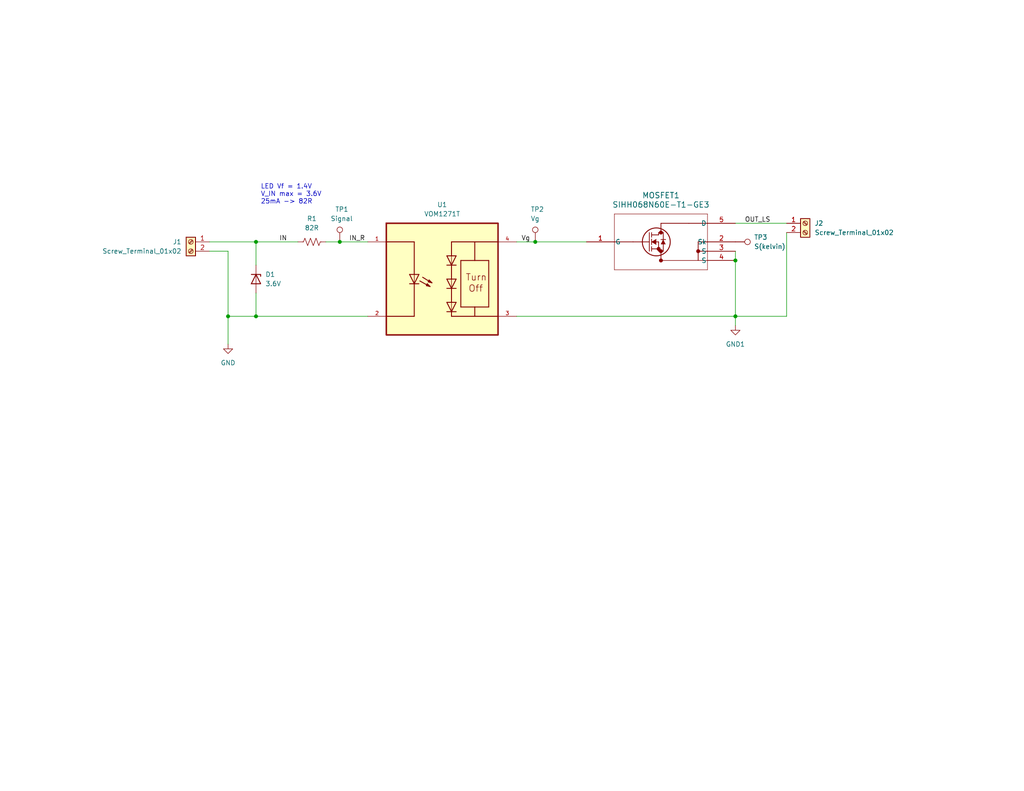
<source format=kicad_sch>
(kicad_sch (version 20230121) (generator eeschema)
  (paper "USLetter")
  (title_block (title "DR6 MOSFET Isolator") (date "2023-08-08") (company "DigitalREP"))
  (lib_symbols
    (symbol "Connector:Screw_Terminal_01x02" (pin_names (offset 1.016) hide)
      (property "Reference" "J" (at 0 2.54 0))
      (property "Value" "Screw_Terminal_01x02" (at 0 -5.08 0))
      (symbol "Screw_Terminal_01x02_1_1"
        (rectangle (start -1.27 1.27) (end 1.27 -3.81) (stroke (width 0.254)) (fill (type background)))
        (circle (center 0 -2.54) (radius 0.635) (stroke (width 0.1524)))
        (polyline (pts (xy -0.5334 -2.2098) (xy 0.3302 -3.048)) (stroke (width 0.1524)))
        (polyline (pts (xy -0.5334 0.3302) (xy 0.3302 -0.508)) (stroke (width 0.1524)))
        (polyline (pts (xy -0.3556 -2.032) (xy 0.508 -2.8702)) (stroke (width 0.1524)))
        (polyline (pts (xy -0.3556 0.508) (xy 0.508 -0.3302)) (stroke (width 0.1524)))
        (circle (center 0 0) (radius 0.635) (stroke (width 0.1524)))
        (pin passive line (at -5.08 0 0) (length 3.81) (name "Pin_1") (number "1"))
        (pin passive line (at -5.08 -2.54 0) (length 3.81) (name "Pin_2") (number "2"))
      )
    )
    (symbol "Connector:TestPoint" (pin_numbers hide) (pin_names (offset 0.762) hide)
      (property "Reference" "TP" (at 0 6.858 0))
      (property "Value" "TestPoint" (at 0 5.08 0))
      (symbol "TestPoint_0_1"
        (circle (center 0 3.302) (radius 0.762))
      )
      (symbol "TestPoint_1_1"
        (pin passive line (at 0 0 90) (length 2.54) (name "1") (number "1"))
      )
    )
    (symbol "Device:D_Zener" (pin_numbers hide) (pin_names (offset 1.016) hide)
      (property "Reference" "D" (at 0 2.54 0))
      (property "Value" "D_Zener" (at 0 -2.54 0))
      (symbol "D_Zener_0_1"
        (polyline (pts (xy 1.27 0) (xy -1.27 0)))
        (polyline (pts (xy -1.27 -1.27) (xy -1.27 1.27) (xy -0.762 1.27)) (stroke (width 0.254)))
        (polyline (pts (xy 1.27 -1.27) (xy 1.27 1.27) (xy -1.27 0) (xy 1.27 -1.27)) (stroke (width 0.254)))
      )
      (symbol "D_Zener_1_1"
        (pin passive line (at -3.81 0 0) (length 2.54) (name "K") (number "1"))
        (pin passive line (at 3.81 0 180) (length 2.54) (name "A") (number "2"))
      )
    )
    (symbol "Device:R_US" (pin_numbers hide) (pin_names (offset 0))
      (property "Reference" "R" (at 2.54 0 90))
      (property "Value" "R_US" (at -2.54 0 90))
      (symbol "R_US_0_1"
        (polyline (pts (xy 0 -2.286) (xy 0 -2.54)))
        (polyline (pts (xy 0 2.286) (xy 0 2.54)))
        (polyline (pts (xy 0 -0.762) (xy 1.016 -1.143) (xy 0 -1.524) (xy -1.016 -1.905) (xy 0 -2.286)))
        (polyline (pts (xy 0 0.762) (xy 1.016 0.381) (xy 0 0) (xy -1.016 -0.381) (xy 0 -0.762)))
        (polyline (pts (xy 0 2.286) (xy 1.016 1.905) (xy 0 1.524) (xy -1.016 1.143) (xy 0 0.762)))
      )
      (symbol "R_US_1_1"
        (pin passive line (at 0 3.81 270) (length 1.27) (name "~") (number "1"))
        (pin passive line (at 0 -3.81 90) (length 1.27) (name "~") (number "2"))
      )
    )
    (symbol "My_Symbols:SIHH068N60E-T1-GE3" (pin_names (offset 0.254))
      (property "Reference" "MOSFET" (at 20.32 10.16 0))
      (property "Value" "SIHH068N60E-T1-GE3" (at 20.32 7.62 0))
      (symbol "SIHH068N60E-T1-GE3_0_1"
        (polyline (pts (xy 7.62 -10.16) (xy 33.02 -10.16)) (stroke (width 0.127)))
        (polyline (pts (xy 7.62 5.08) (xy 7.62 -10.16)) (stroke (width 0.127)))
        (polyline (pts (xy 12.7 -2.54) (xy 7.62 -2.54)) (stroke (width 0.2032)))
        (polyline (pts (xy 12.7 -2.54) (xy 17.145 -2.54)) (stroke (width 0.2032)))
        (polyline (pts (xy 17.145 -5.08) (xy 17.145 0)) (stroke (width 0.2032)))
        (polyline (pts (xy 17.78 -5.08) (xy 17.78 -3.81)) (stroke (width 0.2032)))
        (polyline (pts (xy 17.78 -4.445) (xy 19.685 -4.445)) (stroke (width 0.2032)))
        (polyline (pts (xy 17.78 -3.302) (xy 17.78 -1.778)) (stroke (width 0.2032)))
        (polyline (pts (xy 17.78 -2.54) (xy 19.685 -2.54)) (stroke (width 0.2032)))
        (polyline (pts (xy 17.78 -1.27) (xy 17.78 0)) (stroke (width 0.2032)))
        (polyline (pts (xy 17.78 -0.635) (xy 19.685 -0.635)) (stroke (width 0.2032)))
        (polyline (pts (xy 19.685 -5.08) (xy 19.685 -2.54)) (stroke (width 0.2032)))
        (polyline (pts (xy 19.685 -5.08) (xy 20.955 -5.08)) (stroke (width 0.2032)))
        (polyline (pts (xy 19.685 -0.635) (xy 19.685 0)) (stroke (width 0.2032)))
        (polyline (pts (xy 19.685 0) (xy 20.955 0)) (stroke (width 0.2032)))
        (polyline (pts (xy 20.32 -7.62) (xy 20.32 -5.08)) (stroke (width 0.2032)))
        (polyline (pts (xy 20.32 -7.62) (xy 30.48 -7.62)))
        (polyline (pts (xy 20.32 0) (xy 20.32 2.54)) (stroke (width 0.2032)))
        (polyline (pts (xy 20.955 -5.08) (xy 20.955 -3.175)) (stroke (width 0.2032)))
        (polyline (pts (xy 20.955 -1.905) (xy 20.955 0)) (stroke (width 0.2032)))
        (polyline (pts (xy 21.59 -1.905) (xy 20.32 -1.905)) (stroke (width 0.2032)))
        (polyline (pts (xy 27.94 2.54) (xy 20.32 2.54)) (stroke (width 0.2032)))
        (polyline (pts (xy 27.94 2.54) (xy 33.02 2.54)) (stroke (width 0.2032)))
        (polyline (pts (xy 30.48 -7.62) (xy 30.48 -2.54)) (stroke (width 0.2032)))
        (polyline (pts (xy 30.48 -5.08) (xy 33.02 -5.08)) (stroke (width 0.2032)))
        (polyline (pts (xy 30.48 -2.54) (xy 33.02 -2.54)) (stroke (width 0.2032)))
        (polyline (pts (xy 33.02 -10.16) (xy 33.02 5.08)) (stroke (width 0.127)))
        (polyline (pts (xy 33.02 -7.62) (xy 30.48 -7.62)))
        (polyline (pts (xy 33.02 5.08) (xy 7.62 5.08)) (stroke (width 0.127)))
        (polyline (pts (xy 19.05 -1.778) (xy 17.78 -2.54) (xy 19.05 -3.302)) (stroke (width 0.0254)) (fill (type outline)))
        (polyline (pts (xy 21.59 -3.175) (xy 20.32 -3.175) (xy 20.955 -1.905)) (stroke (width 0.0254)) (fill (type outline)))
        (circle (center 19.05 -2.54) (radius 3.81) (stroke (width 0.254)))
        (circle (center 19.685 -4.445) (radius 0.0254) (stroke (width 0.508)))
        (circle (center 20.32 -7.62) (radius 0.0254) (stroke (width 0.508)))
        (circle (center 20.32 -5.08) (radius 0.0254) (stroke (width 0.508)))
        (circle (center 20.32 0) (radius 0.0254) (stroke (width 0.508)))
        (circle (center 30.48 -5.08) (radius 0.0254) (stroke (width 0.508)))
        (pin unspecified line (at 40.64 -5.08 180) (length 7.62) (name "S") (number "3"))
        (pin unspecified line (at 40.64 2.54 180) (length 7.62) (name "D") (number "5"))
      )
      (symbol "SIHH068N60E-T1-GE3_1_1"
        (pin unspecified line (at 0 -2.54 0) (length 7.62) (name "G") (number "1"))
        (pin unspecified line (at 40.64 -2.54 180) (length 7.62) (name "Sk") (number "2"))
        (pin unspecified line (at 40.64 -7.62 180) (length 7.62) (name "S") (number "4"))
      )
    )
    (symbol "Samacsys:VOM1271T" (pin_names (offset 1.016))
      (property "Reference" "U" (at -2.5402 16.257 0))
      (property "Value" "VOM1271T" (at -2.5415 -17.7905 0))
      (symbol "VOM1271T_0_0"
        (rectangle (start -15.24 -15.24) (end 15.24 15.24) (stroke (width 0.4064)) (fill (type background)))
        (polyline (pts (xy -15.24 10.16) (xy -7.62 10.16)) (stroke (width 0.254)))
        (polyline (pts (xy -7.62 -10.16) (xy -15.24 -10.16)) (stroke (width 0.254)))
        (polyline (pts (xy -7.62 -1.27) (xy -8.89 -1.27)) (stroke (width 0.254)))
        (polyline (pts (xy -7.62 -1.27) (xy -8.89 1.27)) (stroke (width 0.254)))
        (polyline (pts (xy -7.62 -1.27) (xy -7.62 -10.16)) (stroke (width 0.254)))
        (polyline (pts (xy -7.62 1.27) (xy -8.89 1.27)) (stroke (width 0.254)))
        (polyline (pts (xy -7.62 1.27) (xy -7.62 -1.27)) (stroke (width 0.1524)))
        (polyline (pts (xy -7.62 10.16) (xy -7.62 1.27)) (stroke (width 0.254)))
        (polyline (pts (xy -6.35 -1.27) (xy -7.62 -1.27)) (stroke (width 0.254)))
        (polyline (pts (xy -6.35 1.27) (xy -7.62 -1.27)) (stroke (width 0.254)))
        (polyline (pts (xy -6.35 1.27) (xy -7.62 1.27)) (stroke (width 0.254)))
        (polyline (pts (xy -4.318 -1.778) (xy -3.302 -2.032)) (stroke (width 0.254)))
        (polyline (pts (xy -4.064 -1.27) (xy -4.318 -1.778)) (stroke (width 0.254)))
        (polyline (pts (xy -3.81 -1.778) (xy -6.096 -0.508)) (stroke (width 0.254)))
        (polyline (pts (xy -3.81 -0.762) (xy -2.794 -1.016)) (stroke (width 0.254)))
        (polyline (pts (xy -3.556 -0.254) (xy -3.81 -0.762)) (stroke (width 0.254)))
        (polyline (pts (xy -3.302 -2.032) (xy -4.064 -1.27)) (stroke (width 0.254)))
        (polyline (pts (xy -3.302 -0.762) (xy -5.334 0.508)) (stroke (width 0.254)))
        (polyline (pts (xy -2.794 -1.016) (xy -3.556 -0.254)) (stroke (width 0.254)))
        (polyline (pts (xy 2.54 -10.16) (xy 8.89 -10.16)) (stroke (width 0.254)))
        (polyline (pts (xy 2.54 -8.89) (xy 1.27 -8.89)) (stroke (width 0.254)))
        (polyline (pts (xy 2.54 -8.89) (xy 1.27 -6.35)) (stroke (width 0.254)))
        (polyline (pts (xy 2.54 -8.89) (xy 2.54 -10.16)) (stroke (width 0.254)))
        (polyline (pts (xy 2.54 -6.35) (xy 1.27 -6.35)) (stroke (width 0.254)))
        (polyline (pts (xy 2.54 -6.35) (xy 2.54 -8.89)) (stroke (width 0.1524)))
        (polyline (pts (xy 2.54 -2.54) (xy 1.27 -2.54)) (stroke (width 0.254)))
        (polyline (pts (xy 2.54 -2.54) (xy 1.27 0)) (stroke (width 0.254)))
        (polyline (pts (xy 2.54 -2.54) (xy 2.54 -6.35)) (stroke (width 0.254)))
        (polyline (pts (xy 2.54 0) (xy 1.27 0)) (stroke (width 0.254)))
        (polyline (pts (xy 2.54 0) (xy 2.54 -2.54)) (stroke (width 0.1524)))
        (polyline (pts (xy 2.54 3.81) (xy 1.27 3.81)) (stroke (width 0.254)))
        (polyline (pts (xy 2.54 3.81) (xy 1.27 6.35)) (stroke (width 0.254)))
        (polyline (pts (xy 2.54 3.81) (xy 2.54 0)) (stroke (width 0.254)))
        (polyline (pts (xy 2.54 6.35) (xy 1.27 6.35)) (stroke (width 0.254)))
        (polyline (pts (xy 2.54 6.35) (xy 2.54 3.81)) (stroke (width 0.1524)))
        (polyline (pts (xy 2.54 10.16) (xy 2.54 6.35)) (stroke (width 0.254)))
        (polyline (pts (xy 3.81 -8.89) (xy 2.54 -8.89)) (stroke (width 0.254)))
        (polyline (pts (xy 3.81 -6.35) (xy 2.54 -8.89)) (stroke (width 0.254)))
        (polyline (pts (xy 3.81 -6.35) (xy 2.54 -6.35)) (stroke (width 0.254)))
        (polyline (pts (xy 3.81 -2.54) (xy 2.54 -2.54)) (stroke (width 0.254)))
        (polyline (pts (xy 3.81 0) (xy 2.54 -2.54)) (stroke (width 0.254)))
        (polyline (pts (xy 3.81 0) (xy 2.54 0)) (stroke (width 0.254)))
        (polyline (pts (xy 3.81 3.81) (xy 2.54 3.81)) (stroke (width 0.254)))
        (polyline (pts (xy 3.81 6.35) (xy 2.54 3.81)) (stroke (width 0.254)))
        (polyline (pts (xy 3.81 6.35) (xy 2.54 6.35)) (stroke (width 0.254)))
        (polyline (pts (xy 5.08 -7.62) (xy 5.08 5.08)) (stroke (width 0.254)))
        (polyline (pts (xy 5.08 5.08) (xy 8.89 5.08)) (stroke (width 0.254)))
        (polyline (pts (xy 8.89 -10.16) (xy 15.24 -10.16)) (stroke (width 0.254)))
        (polyline (pts (xy 8.89 -7.62) (xy 5.08 -7.62)) (stroke (width 0.254)))
        (polyline (pts (xy 8.89 -7.62) (xy 8.89 -10.16)) (stroke (width 0.254)))
        (polyline (pts (xy 8.89 5.08) (xy 8.89 10.16)) (stroke (width 0.254)))
        (polyline (pts (xy 8.89 5.08) (xy 12.7 5.08)) (stroke (width 0.254)))
        (polyline (pts (xy 8.89 10.16) (xy 2.54 10.16)) (stroke (width 0.254)))
        (polyline (pts (xy 8.89 10.16) (xy 15.24 10.16)) (stroke (width 0.254)))
        (polyline (pts (xy 12.7 -7.62) (xy 8.89 -7.62)) (stroke (width 0.254)))
        (polyline (pts (xy 12.7 5.08) (xy 12.7 -7.62)) (stroke (width 0.254)))
        (text "Off" (at 7.1187 -3.5594 0) (effects (font (size 1.7797 1.7797)) (justify left bottom)))
        (text "Turn" (at 6.356 -0.5085 0) (effects (font (size 1.7797 1.7797)) (justify left bottom)))
        (pin passive line (at -20.32 10.16 0) (length 5.08) (name "~") (number "1"))
        (pin passive line (at -20.32 -10.16 0) (length 5.08) (name "~") (number "2"))
        (pin passive line (at 20.32 -10.16 180) (length 5.08) (name "~") (number "3"))
        (pin passive line (at 20.32 10.16 180) (length 5.08) (name "~") (number "4"))
      )
    )
    (symbol "power:GND" (power) (pin_names (offset 0))
      (property "Value" "GND" (at 0 -3.81 0))
      (symbol "GND_0_1"
        (polyline (pts (xy 0 0) (xy 0 -1.27) (xy 1.27 -1.27) (xy 0 -2.54) (xy -1.27 -1.27) (xy 0 -1.27)))
      )
      (symbol "GND_1_1"
        (pin power_in line (at 0 0 270) (length 0) hide (name "GND") (number "1"))
      )
    )
    (symbol "power:GND1" (power) (pin_names (offset 0))
      (property "Value" "GND1" (at 0 -3.81 0))
      (symbol "GND1_0_1"
        (polyline (pts (xy 0 0) (xy 0 -1.27) (xy 1.27 -1.27) (xy 0 -2.54) (xy -1.27 -1.27) (xy 0 -1.27)))
      )
      (symbol "GND1_1_1"
        (pin power_in line (at 0 0 270) (length 0) hide (name "GND1") (number "1"))
      )
    )
  )
  (junction (at 200.66 71.12))
  (junction (at 69.85 86.36))
  (junction (at 146.05 66.04))
  (junction (at 200.66 86.36))
  (junction (at 69.85 66.04))
  (junction (at 92.71 66.04))
  (junction (at 62.23 86.36))
  (wire (pts (xy 200.66 86.36) (xy 200.66 88.9)))
  (wire (pts (xy 57.15 68.58) (xy 62.23 68.58)))
  (wire (pts (xy 57.15 66.04) (xy 69.85 66.04)))
  (wire (pts (xy 62.23 86.36) (xy 62.23 93.98)))
  (wire (pts (xy 200.66 68.58) (xy 200.66 71.12)))
  (wire (pts (xy 88.9 66.04) (xy 92.71 66.04)))
  (wire (pts (xy 200.66 71.12) (xy 200.66 86.36)))
  (wire (pts (xy 140.97 66.04) (xy 146.05 66.04)))
  (wire (pts (xy 62.23 86.36) (xy 69.85 86.36)))
  (wire (pts (xy 69.85 86.36) (xy 100.33 86.36)))
  (wire (pts (xy 146.05 66.04) (xy 160.02 66.04)))
  (wire (pts (xy 214.63 86.36) (xy 200.66 86.36)))
  (wire (pts (xy 69.85 66.04) (xy 81.28 66.04)))
  (wire (pts (xy 200.66 60.96) (xy 214.63 60.96)))
  (wire (pts (xy 140.97 86.36) (xy 200.66 86.36)))
  (wire (pts (xy 69.85 66.04) (xy 69.85 72.39)))
  (wire (pts (xy 214.63 63.5) (xy 214.63 86.36)))
  (wire (pts (xy 69.85 80.01) (xy 69.85 86.36)))
  (wire (pts (xy 62.23 68.58) (xy 62.23 86.36)))
  (wire (pts (xy 92.71 66.04) (xy 100.33 66.04)))
  (text "LED Vf = 1.4V\nV_IN max = 3.6V\n25mA -> 82R" (at 71.12 55.88 0) (effects (font (size 1.27 1.27)) (justify left bottom)))
  (label "IN" (at 76.2 66.04 0))
  (label "OUT_LS" (at 203.2 60.96 0))
  (label "IN_R" (at 95.25 66.04 0))
  (label "Vg" (at 142.24 66.04 0))
  (symbol (lib_id "My_Symbols:SIHH068N60E-T1-GE3") (at 160.02 63.5 0) (unit 1)
    (property "Reference" "MOSFET1" (at 180.34 53.34 0) (effects (font (size 1.524 1.524))))
    (property "Value" "SIHH068N60E-T1-GE3" (at 180.34 55.88 0) (effects (font (size 1.524 1.524))))
    (property "Footprint" "My_Modules:PPAK8X8_VIS" (effects hide))
    (property "Datasheet" "SIHH068N60E-T1-GE3" (effects hide))
  )
  (symbol (lib_id "Device:D_Zener") (at 69.85 76.2 270) (unit 1)
    (property "Reference" "D1" (at 72.39 74.9299 90) (effects (justify left)))
    (property "Value" "3.6V" (at 72.39 77.4699 90) (effects (justify left)))
    (property "Footprint" "Diode_SMD:D_SMF" (effects hide))
  )
  (symbol (lib_id "Connector:Screw_Terminal_01x02") (at 52.07 66.04 0) (mirror y) (unit 1)
    (property "Reference" "J1" (at 49.53 66.0399 0) (effects (justify left)))
    (property "Value" "Screw_Terminal_01x02" (at 49.53 68.5799 0) (effects (justify left)))
    (property "Footprint" "TerminalBlock_TE-Connectivity:TerminalBlock_TE_282834-2_1x02_P2.54mm_Horizontal" (effects hide))
  )
  (symbol (lib_id "Connector:TestPoint") (at 200.66 66.04 270) (unit 1)
    (property "Reference" "TP3" (at 205.74 64.7699 90) (effects (justify left)))
    (property "Value" "S(kelvin)" (at 205.74 67.3099 90) (effects (justify left)))
    (property "Footprint" "TestPoint:TestPoint_THTPad_1.5x1.5mm_Drill0.7mm" (effects hide))
  )
  (symbol (lib_id "Device:R_US") (at 85.09 66.04 90) (unit 1)
    (property "Reference" "R1" (at 85.09 59.69 90))
    (property "Value" "82R" (at 85.09 62.23 90))
    (property "Footprint" "Resistor_SMD:R_0603_1608Metric" (effects hide))
  )
  (symbol (lib_id "power:GND1") (at 200.66 88.9 0) (unit 1)
    (property "Reference" "#PWR02" (effects hide))
    (property "Value" "GND1" (at 200.66 93.98 0))
  )
  (symbol (lib_id "Connector:TestPoint") (at 146.05 66.04 0) (unit 1)
    (property "Reference" "TP2" (at 144.78 57.15 0) (effects (justify left)))
    (property "Value" "Vg" (at 144.78 59.69 0) (effects (justify left)))
    (property "Footprint" "TestPoint:TestPoint_THTPad_1.5x1.5mm_Drill0.7mm" (effects hide))
  )
  (symbol (lib_id "power:GND") (at 62.23 93.98 0) (unit 1)
    (property "Reference" "#PWR01" (effects hide))
    (property "Value" "GND" (at 62.23 99.06 0))
  )
  (symbol (lib_id "Connector:TestPoint") (at 92.71 66.04 0) (unit 1)
    (property "Reference" "TP1" (at 91.44 57.15 0) (effects (justify left)))
    (property "Value" "Signal" (at 90.17 59.69 0) (effects (justify left)))
    (property "Footprint" "TestPoint:TestPoint_THTPad_1.5x1.5mm_Drill0.7mm" (effects hide))
  )
  (symbol (lib_id "Samacsys:VOM1271T") (at 120.65 76.2 0) (unit 1)
    (property "Reference" "U1" (at 120.65 55.88 0))
    (property "Value" "VOM1271T" (at 120.65 58.42 0))
    (property "Footprint" "SamacSys:SOIC254P695X242-4N" (effects hide))
    (property "MANUFACTURER" "VISHAY" (effects hide))
  )
  (symbol (lib_id "Connector:Screw_Terminal_01x02") (at 219.71 60.96 0) (unit 1)
    (property "Reference" "J2" (at 222.25 60.9599 0) (effects (justify left)))
    (property "Value" "Screw_Terminal_01x02" (at 222.25 63.4999 0) (effects (justify left)))
    (property "Footprint" "TerminalBlock_TE-Connectivity:TerminalBlock_TE_282834-2_1x02_P2.54mm_Horizontal" (effects hide))
  )
)
</source>
